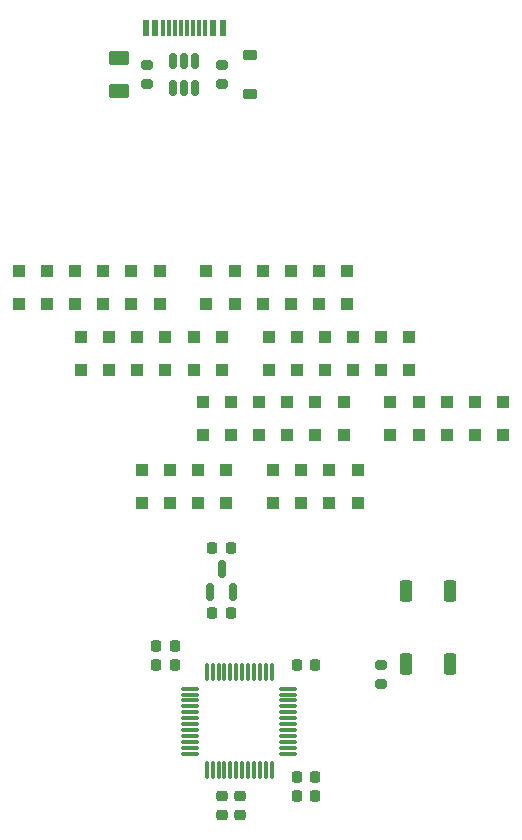
<source format=gbr>
%TF.GenerationSoftware,KiCad,Pcbnew,(7.0.0)*%
%TF.CreationDate,2024-02-03T20:40:06+01:00*%
%TF.ProjectId,the expanse,74686520-6578-4706-916e-73652e6b6963,rev?*%
%TF.SameCoordinates,Original*%
%TF.FileFunction,Paste,Bot*%
%TF.FilePolarity,Positive*%
%FSLAX46Y46*%
G04 Gerber Fmt 4.6, Leading zero omitted, Abs format (unit mm)*
G04 Created by KiCad (PCBNEW (7.0.0)) date 2024-02-03 20:40:06*
%MOMM*%
%LPD*%
G01*
G04 APERTURE LIST*
G04 Aperture macros list*
%AMRoundRect*
0 Rectangle with rounded corners*
0 $1 Rounding radius*
0 $2 $3 $4 $5 $6 $7 $8 $9 X,Y pos of 4 corners*
0 Add a 4 corners polygon primitive as box body*
4,1,4,$2,$3,$4,$5,$6,$7,$8,$9,$2,$3,0*
0 Add four circle primitives for the rounded corners*
1,1,$1+$1,$2,$3*
1,1,$1+$1,$4,$5*
1,1,$1+$1,$6,$7*
1,1,$1+$1,$8,$9*
0 Add four rect primitives between the rounded corners*
20,1,$1+$1,$2,$3,$4,$5,0*
20,1,$1+$1,$4,$5,$6,$7,0*
20,1,$1+$1,$6,$7,$8,$9,0*
20,1,$1+$1,$8,$9,$2,$3,0*%
G04 Aperture macros list end*
%ADD10RoundRect,0.250000X0.300000X-0.300000X0.300000X0.300000X-0.300000X0.300000X-0.300000X-0.300000X0*%
%ADD11RoundRect,0.250000X-0.300000X0.300000X-0.300000X-0.300000X0.300000X-0.300000X0.300000X0.300000X0*%
%ADD12RoundRect,0.225000X0.225000X0.250000X-0.225000X0.250000X-0.225000X-0.250000X0.225000X-0.250000X0*%
%ADD13R,0.600000X1.450000*%
%ADD14R,0.300000X1.450000*%
%ADD15RoundRect,0.150000X0.150000X-0.512500X0.150000X0.512500X-0.150000X0.512500X-0.150000X-0.512500X0*%
%ADD16RoundRect,0.200000X0.275000X-0.200000X0.275000X0.200000X-0.275000X0.200000X-0.275000X-0.200000X0*%
%ADD17RoundRect,0.225000X-0.250000X0.225000X-0.250000X-0.225000X0.250000X-0.225000X0.250000X0.225000X0*%
%ADD18RoundRect,0.250000X-0.625000X0.375000X-0.625000X-0.375000X0.625000X-0.375000X0.625000X0.375000X0*%
%ADD19RoundRect,0.225000X0.375000X-0.225000X0.375000X0.225000X-0.375000X0.225000X-0.375000X-0.225000X0*%
%ADD20RoundRect,0.200000X-0.275000X0.200000X-0.275000X-0.200000X0.275000X-0.200000X0.275000X0.200000X0*%
%ADD21RoundRect,0.275000X0.275000X-0.625000X0.275000X0.625000X-0.275000X0.625000X-0.275000X-0.625000X0*%
%ADD22RoundRect,0.225000X-0.225000X-0.250000X0.225000X-0.250000X0.225000X0.250000X-0.225000X0.250000X0*%
%ADD23RoundRect,0.075000X0.075000X-0.662500X0.075000X0.662500X-0.075000X0.662500X-0.075000X-0.662500X0*%
%ADD24RoundRect,0.075000X0.662500X-0.075000X0.662500X0.075000X-0.662500X0.075000X-0.662500X-0.075000X0*%
%ADD25RoundRect,0.150000X0.150000X-0.587500X0.150000X0.587500X-0.150000X0.587500X-0.150000X-0.587500X0*%
G04 APERTURE END LIST*
D10*
%TO.C,D11*%
X160637500Y-44856250D03*
X160637500Y-42056250D03*
%TD*%
D11*
%TO.C,D29*%
X153193750Y-53168750D03*
X153193750Y-55968750D03*
%TD*%
D10*
%TO.C,D6*%
X147143750Y-44856250D03*
X147143750Y-42056250D03*
%TD*%
D11*
%TO.C,D31*%
X171450000Y-53168750D03*
X171450000Y-55968750D03*
%TD*%
D10*
%TO.C,D10*%
X158256250Y-44856250D03*
X158256250Y-42056250D03*
%TD*%
%TO.C,D4*%
X142381250Y-44856250D03*
X142381250Y-42056250D03*
%TD*%
%TO.C,D12*%
X163018750Y-44856250D03*
X163018750Y-42056250D03*
%TD*%
D12*
%TO.C,C8*%
X153175000Y-65487500D03*
X151625000Y-65487500D03*
%TD*%
D11*
%TO.C,D32*%
X173831250Y-53168750D03*
X173831250Y-55968750D03*
%TD*%
%TO.C,D27*%
X157956250Y-53168750D03*
X157956250Y-55968750D03*
%TD*%
D13*
%TO.C,J1*%
X145974999Y-21507499D03*
X146774999Y-21507499D03*
D14*
X147974999Y-21507499D03*
X148974999Y-21507499D03*
X149474999Y-21507499D03*
X150474999Y-21507499D03*
D13*
X151674999Y-21507499D03*
X152474999Y-21507499D03*
X152474999Y-21507499D03*
X151674999Y-21507499D03*
D14*
X150974999Y-21507499D03*
X149974999Y-21507499D03*
X148474999Y-21507499D03*
X147474999Y-21507499D03*
D13*
X146774999Y-21507499D03*
X145974999Y-21507499D03*
%TD*%
D15*
%TO.C,U2*%
X150175000Y-26537500D03*
X149225000Y-26537500D03*
X148275000Y-26537500D03*
X148275000Y-24262500D03*
X149225000Y-24262500D03*
X150175000Y-24262500D03*
%TD*%
D11*
%TO.C,D26*%
X160337500Y-53168750D03*
X160337500Y-55968750D03*
%TD*%
D10*
%TO.C,D9*%
X155875000Y-44856250D03*
X155875000Y-42056250D03*
%TD*%
D11*
%TO.C,D18*%
X140493750Y-47612500D03*
X140493750Y-50412500D03*
%TD*%
D16*
%TO.C,R1*%
X165893750Y-77025000D03*
X165893750Y-75375000D03*
%TD*%
D12*
%TO.C,C1*%
X148431250Y-75406250D03*
X146881250Y-75406250D03*
%TD*%
D17*
%TO.C,C7*%
X153987500Y-86537500D03*
X153987500Y-88087500D03*
%TD*%
D11*
%TO.C,D15*%
X147637500Y-47612500D03*
X147637500Y-50412500D03*
%TD*%
%TO.C,D13*%
X152400000Y-47612500D03*
X152400000Y-50412500D03*
%TD*%
%TO.C,D14*%
X150018750Y-47612500D03*
X150018750Y-50412500D03*
%TD*%
%TO.C,D43*%
X163912500Y-58912500D03*
X163912500Y-61712500D03*
%TD*%
%TO.C,D30*%
X155575000Y-53168750D03*
X155575000Y-55968750D03*
%TD*%
D18*
%TO.C,F1*%
X143668750Y-24000000D03*
X143668750Y-26800000D03*
%TD*%
D10*
%TO.C,D5*%
X144762500Y-44856250D03*
X144762500Y-42056250D03*
%TD*%
D11*
%TO.C,D24*%
X163512500Y-47612500D03*
X163512500Y-50412500D03*
%TD*%
%TO.C,D25*%
X162718750Y-53168750D03*
X162718750Y-55968750D03*
%TD*%
%TO.C,D19*%
X156368750Y-47612500D03*
X156368750Y-50412500D03*
%TD*%
%TO.C,D28*%
X150812500Y-53168750D03*
X150812500Y-55968750D03*
%TD*%
D19*
%TO.C,D_PWR1*%
X154781250Y-27050000D03*
X154781250Y-23750000D03*
%TD*%
D11*
%TO.C,D33*%
X176212500Y-53168750D03*
X176212500Y-55968750D03*
%TD*%
D20*
%TO.C,R2*%
X146050000Y-24575000D03*
X146050000Y-26225000D03*
%TD*%
D11*
%TO.C,D38*%
X150418750Y-58912500D03*
X150418750Y-61712500D03*
%TD*%
%TO.C,D37*%
X148037500Y-58912500D03*
X148037500Y-61712500D03*
%TD*%
%TO.C,D21*%
X161131250Y-47612500D03*
X161131250Y-50412500D03*
%TD*%
%TO.C,D35*%
X166687500Y-53168750D03*
X166687500Y-55968750D03*
%TD*%
D12*
%TO.C,C9*%
X153175000Y-71026250D03*
X151625000Y-71026250D03*
%TD*%
D11*
%TO.C,D36*%
X145656250Y-58912500D03*
X145656250Y-61712500D03*
%TD*%
D10*
%TO.C,D3*%
X140000000Y-44856250D03*
X140000000Y-42056250D03*
%TD*%
D11*
%TO.C,D40*%
X156768750Y-58912500D03*
X156768750Y-61712500D03*
%TD*%
D21*
%TO.C,SW1*%
X171712500Y-75331250D03*
X171712500Y-69131250D03*
X168012500Y-75331250D03*
X168012500Y-69131250D03*
%TD*%
D11*
%TO.C,D16*%
X145256250Y-47612500D03*
X145256250Y-50412500D03*
%TD*%
D10*
%TO.C,D2*%
X137618750Y-44856250D03*
X137618750Y-42056250D03*
%TD*%
D11*
%TO.C,D41*%
X159150000Y-58912500D03*
X159150000Y-61712500D03*
%TD*%
%TO.C,D39*%
X152800000Y-58912500D03*
X152800000Y-61712500D03*
%TD*%
D10*
%TO.C,D1*%
X135237500Y-44856250D03*
X135237500Y-42056250D03*
%TD*%
D20*
%TO.C,R3*%
X152400000Y-24575000D03*
X152400000Y-26225000D03*
%TD*%
D11*
%TO.C,D42*%
X161531250Y-58912500D03*
X161531250Y-61712500D03*
%TD*%
D22*
%TO.C,C5*%
X158750000Y-84931250D03*
X160300000Y-84931250D03*
%TD*%
D11*
%TO.C,D34*%
X169068750Y-53168750D03*
X169068750Y-55968750D03*
%TD*%
D23*
%TO.C,U1*%
X156637500Y-84331250D03*
X156137500Y-84331250D03*
X155637500Y-84331250D03*
X155137500Y-84331250D03*
X154637500Y-84331250D03*
X154137500Y-84331250D03*
X153637500Y-84331250D03*
X153137500Y-84331250D03*
X152637500Y-84331250D03*
X152137500Y-84331250D03*
X151637500Y-84331250D03*
X151137500Y-84331250D03*
D24*
X149725000Y-82918750D03*
X149725000Y-82418750D03*
X149725000Y-81918750D03*
X149725000Y-81418750D03*
X149725000Y-80918750D03*
X149725000Y-80418750D03*
X149725000Y-79918750D03*
X149725000Y-79418750D03*
X149725000Y-78918750D03*
X149725000Y-78418750D03*
X149725000Y-77918750D03*
X149725000Y-77418750D03*
D23*
X151137500Y-76006250D03*
X151637500Y-76006250D03*
X152137500Y-76006250D03*
X152637500Y-76006250D03*
X153137500Y-76006250D03*
X153637500Y-76006250D03*
X154137500Y-76006250D03*
X154637500Y-76006250D03*
X155137500Y-76006250D03*
X155637500Y-76006250D03*
X156137500Y-76006250D03*
X156637500Y-76006250D03*
D24*
X158050000Y-77418750D03*
X158050000Y-77918750D03*
X158050000Y-78418750D03*
X158050000Y-78918750D03*
X158050000Y-79418750D03*
X158050000Y-79918750D03*
X158050000Y-80418750D03*
X158050000Y-80918750D03*
X158050000Y-81418750D03*
X158050000Y-81918750D03*
X158050000Y-82418750D03*
X158050000Y-82918750D03*
%TD*%
D10*
%TO.C,D8*%
X153493750Y-44856250D03*
X153493750Y-42056250D03*
%TD*%
%TO.C,D7*%
X151112500Y-44856250D03*
X151112500Y-42056250D03*
%TD*%
D11*
%TO.C,D20*%
X158750000Y-47612500D03*
X158750000Y-50412500D03*
%TD*%
%TO.C,D23*%
X165893750Y-47612500D03*
X165893750Y-50412500D03*
%TD*%
D22*
%TO.C,C3*%
X158768750Y-86518750D03*
X160318750Y-86518750D03*
%TD*%
D11*
%TO.C,D22*%
X168275000Y-47612500D03*
X168275000Y-50412500D03*
%TD*%
D17*
%TO.C,C2*%
X152400000Y-86537500D03*
X152400000Y-88087500D03*
%TD*%
D12*
%TO.C,C6*%
X148412500Y-73818750D03*
X146862500Y-73818750D03*
%TD*%
D22*
%TO.C,C4*%
X158768750Y-75406250D03*
X160318750Y-75406250D03*
%TD*%
D25*
%TO.C,U3*%
X153350000Y-69200000D03*
X151450000Y-69200000D03*
X152400000Y-67325000D03*
%TD*%
D11*
%TO.C,D17*%
X142875000Y-47612500D03*
X142875000Y-50412500D03*
%TD*%
M02*

</source>
